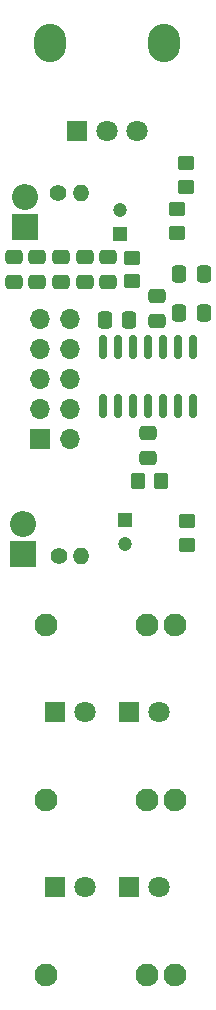
<source format=gbr>
%TF.GenerationSoftware,KiCad,Pcbnew,8.0.0*%
%TF.CreationDate,2024-06-17T17:20:25+02:00*%
%TF.ProjectId,Sloth,536c6f74-682e-46b6-9963-61645f706362,rev?*%
%TF.SameCoordinates,Original*%
%TF.FileFunction,Soldermask,Top*%
%TF.FilePolarity,Negative*%
%FSLAX46Y46*%
G04 Gerber Fmt 4.6, Leading zero omitted, Abs format (unit mm)*
G04 Created by KiCad (PCBNEW 8.0.0) date 2024-06-17 17:20:25*
%MOMM*%
%LPD*%
G01*
G04 APERTURE LIST*
G04 Aperture macros list*
%AMRoundRect*
0 Rectangle with rounded corners*
0 $1 Rounding radius*
0 $2 $3 $4 $5 $6 $7 $8 $9 X,Y pos of 4 corners*
0 Add a 4 corners polygon primitive as box body*
4,1,4,$2,$3,$4,$5,$6,$7,$8,$9,$2,$3,0*
0 Add four circle primitives for the rounded corners*
1,1,$1+$1,$2,$3*
1,1,$1+$1,$4,$5*
1,1,$1+$1,$6,$7*
1,1,$1+$1,$8,$9*
0 Add four rect primitives between the rounded corners*
20,1,$1+$1,$2,$3,$4,$5,0*
20,1,$1+$1,$4,$5,$6,$7,0*
20,1,$1+$1,$6,$7,$8,$9,0*
20,1,$1+$1,$8,$9,$2,$3,0*%
G04 Aperture macros list end*
%ADD10RoundRect,0.250000X0.475000X-0.337500X0.475000X0.337500X-0.475000X0.337500X-0.475000X-0.337500X0*%
%ADD11C,1.930400*%
%ADD12RoundRect,0.250000X0.450000X-0.350000X0.450000X0.350000X-0.450000X0.350000X-0.450000X-0.350000X0*%
%ADD13R,1.800000X1.800000*%
%ADD14C,1.800000*%
%ADD15RoundRect,0.250000X-0.450000X0.350000X-0.450000X-0.350000X0.450000X-0.350000X0.450000X0.350000X0*%
%ADD16O,2.720000X3.240000*%
%ADD17RoundRect,0.250000X-0.337500X-0.475000X0.337500X-0.475000X0.337500X0.475000X-0.337500X0.475000X0*%
%ADD18RoundRect,0.150000X0.150000X-0.825000X0.150000X0.825000X-0.150000X0.825000X-0.150000X-0.825000X0*%
%ADD19RoundRect,0.250000X-0.350000X-0.450000X0.350000X-0.450000X0.350000X0.450000X-0.350000X0.450000X0*%
%ADD20RoundRect,0.250000X0.337500X0.475000X-0.337500X0.475000X-0.337500X-0.475000X0.337500X-0.475000X0*%
%ADD21R,2.200000X2.200000*%
%ADD22O,2.200000X2.200000*%
%ADD23C,1.400000*%
%ADD24O,1.400000X1.400000*%
%ADD25R,1.700000X1.700000*%
%ADD26O,1.700000X1.700000*%
%ADD27R,1.200000X1.200000*%
%ADD28C,1.200000*%
G04 APERTURE END LIST*
D10*
%TO.C,C12*%
X61096000Y-88775500D03*
X61096000Y-86700500D03*
%TD*%
D11*
%TO.C,J2*%
X62674500Y-129338000D03*
X51701700Y-129338000D03*
X60261500Y-129338000D03*
%TD*%
D12*
%TO.C,R6*%
X62796000Y-81338000D03*
X62796000Y-79338000D03*
%TD*%
D10*
%TO.C,C4*%
X56996000Y-85475500D03*
X56996000Y-83400500D03*
%TD*%
%TO.C,C5*%
X54996000Y-85475500D03*
X54996000Y-83400500D03*
%TD*%
D13*
%TO.C,D1*%
X58721000Y-121938000D03*
D14*
X61261000Y-121938000D03*
%TD*%
D11*
%TO.C,J1*%
X62674500Y-144138000D03*
X51701700Y-144138000D03*
X60261500Y-144138000D03*
%TD*%
D15*
%TO.C,R3*%
X58996000Y-83438000D03*
X58996000Y-85438000D03*
%TD*%
D10*
%TO.C,C8*%
X48996000Y-85475500D03*
X48996000Y-83400500D03*
%TD*%
D13*
%TO.C,D3*%
X58721000Y-136738000D03*
D14*
X61261000Y-136738000D03*
%TD*%
D12*
%TO.C,R10*%
X63696000Y-107738000D03*
X63696000Y-105738000D03*
%TD*%
%TO.C,R4*%
X63596000Y-77438000D03*
X63596000Y-75438000D03*
%TD*%
D10*
%TO.C,C7*%
X50996000Y-85475500D03*
X50996000Y-83400500D03*
%TD*%
D16*
%TO.C,RV1*%
X52096000Y-65238000D03*
X61696000Y-65238000D03*
D13*
X54396000Y-72738000D03*
D14*
X56896000Y-72738000D03*
X59396000Y-72738000D03*
%TD*%
D13*
%TO.C,D2*%
X52521000Y-121938000D03*
D14*
X55061000Y-121938000D03*
%TD*%
D17*
%TO.C,C2*%
X63021000Y-88138000D03*
X65096000Y-88138000D03*
%TD*%
%TO.C,C3*%
X63021000Y-84838000D03*
X65096000Y-84838000D03*
%TD*%
D10*
%TO.C,C11*%
X60358500Y-100375500D03*
X60358500Y-98300500D03*
%TD*%
%TO.C,C6*%
X52996000Y-85475500D03*
X52996000Y-83400500D03*
%TD*%
D18*
%TO.C,U1*%
X56538500Y-95975500D03*
X57808500Y-95975500D03*
X59078500Y-95975500D03*
X60348500Y-95975500D03*
X61618500Y-95975500D03*
X62888500Y-95975500D03*
X64158500Y-95975500D03*
X64158500Y-91025500D03*
X62888500Y-91025500D03*
X61618500Y-91025500D03*
X60348500Y-91025500D03*
X59078500Y-91025500D03*
X57808500Y-91025500D03*
X56538500Y-91025500D03*
%TD*%
D19*
%TO.C,R2*%
X59496000Y-102338000D03*
X61496000Y-102338000D03*
%TD*%
D11*
%TO.C,J3*%
X62674500Y-114538000D03*
X51701700Y-114538000D03*
X60261500Y-114538000D03*
%TD*%
D13*
%TO.C,D4*%
X52521000Y-136738000D03*
D14*
X55061000Y-136738000D03*
%TD*%
D20*
%TO.C,C1*%
X58796000Y-88738000D03*
X56721000Y-88738000D03*
%TD*%
D21*
%TO.C,D5*%
X49764234Y-108509766D03*
D22*
X49764234Y-105969766D03*
%TD*%
D23*
%TO.C,R16*%
X52786000Y-77938000D03*
D24*
X54686000Y-77938000D03*
%TD*%
D23*
%TO.C,R15*%
X52791000Y-108743000D03*
D24*
X54691000Y-108743000D03*
%TD*%
D25*
%TO.C,J4*%
X51256000Y-98838000D03*
D26*
X53796000Y-98838000D03*
X51256000Y-96298000D03*
X53796000Y-96298000D03*
X51256000Y-93758000D03*
X53796000Y-93758000D03*
X51256000Y-91218000D03*
X53796000Y-91218000D03*
X51256000Y-88678000D03*
X53796000Y-88678000D03*
%TD*%
D21*
%TO.C,D6*%
X49964234Y-80809766D03*
D22*
X49964234Y-78269766D03*
%TD*%
D27*
%TO.C,C9*%
X58423400Y-105665398D03*
D28*
X58423400Y-107665398D03*
%TD*%
D27*
%TO.C,C10*%
X58023400Y-81410598D03*
D28*
X58023400Y-79410598D03*
%TD*%
M02*

</source>
